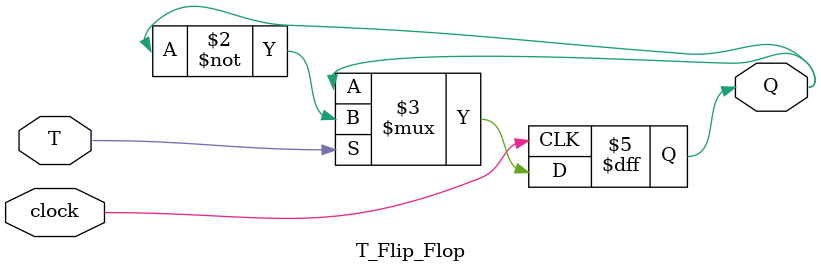
<source format=v>
module T_Flip_Flop (clock, T, Q);
	input clock, T;
	output reg Q;
	
	always @(posedge clock) begin
		if(T)
			Q <= ~Q;
	end
endmodule
</source>
